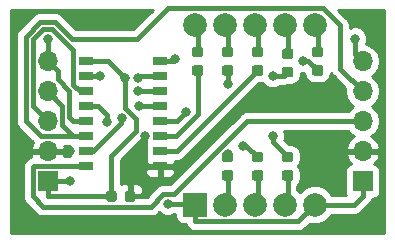
<source format=gbr>
G04 #@! TF.GenerationSoftware,KiCad,Pcbnew,(5.0.2)-1*
G04 #@! TF.CreationDate,2019-05-12T20:06:40-07:00*
G04 #@! TF.ProjectId,7_segment_display,375f7365-676d-4656-9e74-5f646973706c,rev?*
G04 #@! TF.SameCoordinates,Original*
G04 #@! TF.FileFunction,Copper,L2,Bot*
G04 #@! TF.FilePolarity,Positive*
%FSLAX46Y46*%
G04 Gerber Fmt 4.6, Leading zero omitted, Abs format (unit mm)*
G04 Created by KiCad (PCBNEW (5.0.2)-1) date 5/12/2019 8:06:40 PM*
%MOMM*%
%LPD*%
G01*
G04 APERTURE LIST*
G04 #@! TA.AperFunction,Conductor*
%ADD10C,0.100000*%
G04 #@! TD*
G04 #@! TA.AperFunction,SMDPad,CuDef*
%ADD11C,0.875000*%
G04 #@! TD*
G04 #@! TA.AperFunction,ComponentPad*
%ADD12O,1.700000X1.700000*%
G04 #@! TD*
G04 #@! TA.AperFunction,ComponentPad*
%ADD13R,1.700000X1.700000*%
G04 #@! TD*
G04 #@! TA.AperFunction,SMDPad,CuDef*
%ADD14R,1.300000X0.800000*%
G04 #@! TD*
G04 #@! TA.AperFunction,ComponentPad*
%ADD15C,2.000000*%
G04 #@! TD*
G04 #@! TA.AperFunction,ComponentPad*
%ADD16R,2.000000X2.000000*%
G04 #@! TD*
G04 #@! TA.AperFunction,ViaPad*
%ADD17C,0.800000*%
G04 #@! TD*
G04 #@! TA.AperFunction,Conductor*
%ADD18C,0.400000*%
G04 #@! TD*
G04 #@! TA.AperFunction,Conductor*
%ADD19C,0.254000*%
G04 #@! TD*
G04 APERTURE END LIST*
D10*
G04 #@! TO.N,GND*
G04 #@! TO.C,C1*
G36*
X11035191Y-16036053D02*
X11056426Y-16039203D01*
X11077250Y-16044419D01*
X11097462Y-16051651D01*
X11116868Y-16060830D01*
X11135281Y-16071866D01*
X11152524Y-16084654D01*
X11168430Y-16099070D01*
X11182846Y-16114976D01*
X11195634Y-16132219D01*
X11206670Y-16150632D01*
X11215849Y-16170038D01*
X11223081Y-16190250D01*
X11228297Y-16211074D01*
X11231447Y-16232309D01*
X11232500Y-16253750D01*
X11232500Y-16766250D01*
X11231447Y-16787691D01*
X11228297Y-16808926D01*
X11223081Y-16829750D01*
X11215849Y-16849962D01*
X11206670Y-16869368D01*
X11195634Y-16887781D01*
X11182846Y-16905024D01*
X11168430Y-16920930D01*
X11152524Y-16935346D01*
X11135281Y-16948134D01*
X11116868Y-16959170D01*
X11097462Y-16968349D01*
X11077250Y-16975581D01*
X11056426Y-16980797D01*
X11035191Y-16983947D01*
X11013750Y-16985000D01*
X10576250Y-16985000D01*
X10554809Y-16983947D01*
X10533574Y-16980797D01*
X10512750Y-16975581D01*
X10492538Y-16968349D01*
X10473132Y-16959170D01*
X10454719Y-16948134D01*
X10437476Y-16935346D01*
X10421570Y-16920930D01*
X10407154Y-16905024D01*
X10394366Y-16887781D01*
X10383330Y-16869368D01*
X10374151Y-16849962D01*
X10366919Y-16829750D01*
X10361703Y-16808926D01*
X10358553Y-16787691D01*
X10357500Y-16766250D01*
X10357500Y-16253750D01*
X10358553Y-16232309D01*
X10361703Y-16211074D01*
X10366919Y-16190250D01*
X10374151Y-16170038D01*
X10383330Y-16150632D01*
X10394366Y-16132219D01*
X10407154Y-16114976D01*
X10421570Y-16099070D01*
X10437476Y-16084654D01*
X10454719Y-16071866D01*
X10473132Y-16060830D01*
X10492538Y-16051651D01*
X10512750Y-16044419D01*
X10533574Y-16039203D01*
X10554809Y-16036053D01*
X10576250Y-16035000D01*
X11013750Y-16035000D01*
X11035191Y-16036053D01*
X11035191Y-16036053D01*
G37*
D11*
G04 #@! TD*
G04 #@! TO.P,C1,2*
G04 #@! TO.N,GND*
X10795000Y-16510000D03*
D10*
G04 #@! TO.N,+3V3*
G04 #@! TO.C,C1*
G36*
X9460191Y-16036053D02*
X9481426Y-16039203D01*
X9502250Y-16044419D01*
X9522462Y-16051651D01*
X9541868Y-16060830D01*
X9560281Y-16071866D01*
X9577524Y-16084654D01*
X9593430Y-16099070D01*
X9607846Y-16114976D01*
X9620634Y-16132219D01*
X9631670Y-16150632D01*
X9640849Y-16170038D01*
X9648081Y-16190250D01*
X9653297Y-16211074D01*
X9656447Y-16232309D01*
X9657500Y-16253750D01*
X9657500Y-16766250D01*
X9656447Y-16787691D01*
X9653297Y-16808926D01*
X9648081Y-16829750D01*
X9640849Y-16849962D01*
X9631670Y-16869368D01*
X9620634Y-16887781D01*
X9607846Y-16905024D01*
X9593430Y-16920930D01*
X9577524Y-16935346D01*
X9560281Y-16948134D01*
X9541868Y-16959170D01*
X9522462Y-16968349D01*
X9502250Y-16975581D01*
X9481426Y-16980797D01*
X9460191Y-16983947D01*
X9438750Y-16985000D01*
X9001250Y-16985000D01*
X8979809Y-16983947D01*
X8958574Y-16980797D01*
X8937750Y-16975581D01*
X8917538Y-16968349D01*
X8898132Y-16959170D01*
X8879719Y-16948134D01*
X8862476Y-16935346D01*
X8846570Y-16920930D01*
X8832154Y-16905024D01*
X8819366Y-16887781D01*
X8808330Y-16869368D01*
X8799151Y-16849962D01*
X8791919Y-16829750D01*
X8786703Y-16808926D01*
X8783553Y-16787691D01*
X8782500Y-16766250D01*
X8782500Y-16253750D01*
X8783553Y-16232309D01*
X8786703Y-16211074D01*
X8791919Y-16190250D01*
X8799151Y-16170038D01*
X8808330Y-16150632D01*
X8819366Y-16132219D01*
X8832154Y-16114976D01*
X8846570Y-16099070D01*
X8862476Y-16084654D01*
X8879719Y-16071866D01*
X8898132Y-16060830D01*
X8917538Y-16051651D01*
X8937750Y-16044419D01*
X8958574Y-16039203D01*
X8979809Y-16036053D01*
X9001250Y-16035000D01*
X9438750Y-16035000D01*
X9460191Y-16036053D01*
X9460191Y-16036053D01*
G37*
D11*
G04 #@! TD*
G04 #@! TO.P,C1,1*
G04 #@! TO.N,+3V3*
X9220000Y-16510000D03*
D12*
G04 #@! TO.P,J1,5*
G04 #@! TO.N,/RCLK*
X3810000Y-5080000D03*
G04 #@! TO.P,J1,4*
G04 #@! TO.N,/SRCLK*
X3810000Y-7620000D03*
G04 #@! TO.P,J1,3*
G04 #@! TO.N,/SER_IN*
X3810000Y-10160000D03*
G04 #@! TO.P,J1,2*
G04 #@! TO.N,GND*
X3810000Y-12700000D03*
D13*
G04 #@! TO.P,J1,1*
G04 #@! TO.N,+3V3*
X3810000Y-15240000D03*
G04 #@! TD*
D12*
G04 #@! TO.P,J2,5*
G04 #@! TO.N,/RCLK*
X30480000Y-5080000D03*
G04 #@! TO.P,J2,4*
G04 #@! TO.N,/SRCLK*
X30480000Y-7620000D03*
G04 #@! TO.P,J2,3*
G04 #@! TO.N,/SER_OUT*
X30480000Y-10160000D03*
G04 #@! TO.P,J2,2*
G04 #@! TO.N,GND*
X30480000Y-12700000D03*
D13*
G04 #@! TO.P,J2,1*
G04 #@! TO.N,+3V3*
X30480000Y-15240000D03*
G04 #@! TD*
D10*
G04 #@! TO.N,/7SEG_A*
G04 #@! TO.C,R3*
G36*
X24407691Y-5583553D02*
X24428926Y-5586703D01*
X24449750Y-5591919D01*
X24469962Y-5599151D01*
X24489368Y-5608330D01*
X24507781Y-5619366D01*
X24525024Y-5632154D01*
X24540930Y-5646570D01*
X24555346Y-5662476D01*
X24568134Y-5679719D01*
X24579170Y-5698132D01*
X24588349Y-5717538D01*
X24595581Y-5737750D01*
X24600797Y-5758574D01*
X24603947Y-5779809D01*
X24605000Y-5801250D01*
X24605000Y-6238750D01*
X24603947Y-6260191D01*
X24600797Y-6281426D01*
X24595581Y-6302250D01*
X24588349Y-6322462D01*
X24579170Y-6341868D01*
X24568134Y-6360281D01*
X24555346Y-6377524D01*
X24540930Y-6393430D01*
X24525024Y-6407846D01*
X24507781Y-6420634D01*
X24489368Y-6431670D01*
X24469962Y-6440849D01*
X24449750Y-6448081D01*
X24428926Y-6453297D01*
X24407691Y-6456447D01*
X24386250Y-6457500D01*
X23873750Y-6457500D01*
X23852309Y-6456447D01*
X23831074Y-6453297D01*
X23810250Y-6448081D01*
X23790038Y-6440849D01*
X23770632Y-6431670D01*
X23752219Y-6420634D01*
X23734976Y-6407846D01*
X23719070Y-6393430D01*
X23704654Y-6377524D01*
X23691866Y-6360281D01*
X23680830Y-6341868D01*
X23671651Y-6322462D01*
X23664419Y-6302250D01*
X23659203Y-6281426D01*
X23656053Y-6260191D01*
X23655000Y-6238750D01*
X23655000Y-5801250D01*
X23656053Y-5779809D01*
X23659203Y-5758574D01*
X23664419Y-5737750D01*
X23671651Y-5717538D01*
X23680830Y-5698132D01*
X23691866Y-5679719D01*
X23704654Y-5662476D01*
X23719070Y-5646570D01*
X23734976Y-5632154D01*
X23752219Y-5619366D01*
X23770632Y-5608330D01*
X23790038Y-5599151D01*
X23810250Y-5591919D01*
X23831074Y-5586703D01*
X23852309Y-5583553D01*
X23873750Y-5582500D01*
X24386250Y-5582500D01*
X24407691Y-5583553D01*
X24407691Y-5583553D01*
G37*
D11*
G04 #@! TD*
G04 #@! TO.P,R3,2*
G04 #@! TO.N,/7SEG_A*
X24130000Y-6020000D03*
D10*
G04 #@! TO.N,Net-(R3-Pad1)*
G04 #@! TO.C,R3*
G36*
X24407691Y-4008553D02*
X24428926Y-4011703D01*
X24449750Y-4016919D01*
X24469962Y-4024151D01*
X24489368Y-4033330D01*
X24507781Y-4044366D01*
X24525024Y-4057154D01*
X24540930Y-4071570D01*
X24555346Y-4087476D01*
X24568134Y-4104719D01*
X24579170Y-4123132D01*
X24588349Y-4142538D01*
X24595581Y-4162750D01*
X24600797Y-4183574D01*
X24603947Y-4204809D01*
X24605000Y-4226250D01*
X24605000Y-4663750D01*
X24603947Y-4685191D01*
X24600797Y-4706426D01*
X24595581Y-4727250D01*
X24588349Y-4747462D01*
X24579170Y-4766868D01*
X24568134Y-4785281D01*
X24555346Y-4802524D01*
X24540930Y-4818430D01*
X24525024Y-4832846D01*
X24507781Y-4845634D01*
X24489368Y-4856670D01*
X24469962Y-4865849D01*
X24449750Y-4873081D01*
X24428926Y-4878297D01*
X24407691Y-4881447D01*
X24386250Y-4882500D01*
X23873750Y-4882500D01*
X23852309Y-4881447D01*
X23831074Y-4878297D01*
X23810250Y-4873081D01*
X23790038Y-4865849D01*
X23770632Y-4856670D01*
X23752219Y-4845634D01*
X23734976Y-4832846D01*
X23719070Y-4818430D01*
X23704654Y-4802524D01*
X23691866Y-4785281D01*
X23680830Y-4766868D01*
X23671651Y-4747462D01*
X23664419Y-4727250D01*
X23659203Y-4706426D01*
X23656053Y-4685191D01*
X23655000Y-4663750D01*
X23655000Y-4226250D01*
X23656053Y-4204809D01*
X23659203Y-4183574D01*
X23664419Y-4162750D01*
X23671651Y-4142538D01*
X23680830Y-4123132D01*
X23691866Y-4104719D01*
X23704654Y-4087476D01*
X23719070Y-4071570D01*
X23734976Y-4057154D01*
X23752219Y-4044366D01*
X23770632Y-4033330D01*
X23790038Y-4024151D01*
X23810250Y-4016919D01*
X23831074Y-4011703D01*
X23852309Y-4008553D01*
X23873750Y-4007500D01*
X24386250Y-4007500D01*
X24407691Y-4008553D01*
X24407691Y-4008553D01*
G37*
D11*
G04 #@! TD*
G04 #@! TO.P,R3,1*
G04 #@! TO.N,Net-(R3-Pad1)*
X24130000Y-4445000D03*
D10*
G04 #@! TO.N,/7SEG_B*
G04 #@! TO.C,R4*
G36*
X26947691Y-5431053D02*
X26968926Y-5434203D01*
X26989750Y-5439419D01*
X27009962Y-5446651D01*
X27029368Y-5455830D01*
X27047781Y-5466866D01*
X27065024Y-5479654D01*
X27080930Y-5494070D01*
X27095346Y-5509976D01*
X27108134Y-5527219D01*
X27119170Y-5545632D01*
X27128349Y-5565038D01*
X27135581Y-5585250D01*
X27140797Y-5606074D01*
X27143947Y-5627309D01*
X27145000Y-5648750D01*
X27145000Y-6086250D01*
X27143947Y-6107691D01*
X27140797Y-6128926D01*
X27135581Y-6149750D01*
X27128349Y-6169962D01*
X27119170Y-6189368D01*
X27108134Y-6207781D01*
X27095346Y-6225024D01*
X27080930Y-6240930D01*
X27065024Y-6255346D01*
X27047781Y-6268134D01*
X27029368Y-6279170D01*
X27009962Y-6288349D01*
X26989750Y-6295581D01*
X26968926Y-6300797D01*
X26947691Y-6303947D01*
X26926250Y-6305000D01*
X26413750Y-6305000D01*
X26392309Y-6303947D01*
X26371074Y-6300797D01*
X26350250Y-6295581D01*
X26330038Y-6288349D01*
X26310632Y-6279170D01*
X26292219Y-6268134D01*
X26274976Y-6255346D01*
X26259070Y-6240930D01*
X26244654Y-6225024D01*
X26231866Y-6207781D01*
X26220830Y-6189368D01*
X26211651Y-6169962D01*
X26204419Y-6149750D01*
X26199203Y-6128926D01*
X26196053Y-6107691D01*
X26195000Y-6086250D01*
X26195000Y-5648750D01*
X26196053Y-5627309D01*
X26199203Y-5606074D01*
X26204419Y-5585250D01*
X26211651Y-5565038D01*
X26220830Y-5545632D01*
X26231866Y-5527219D01*
X26244654Y-5509976D01*
X26259070Y-5494070D01*
X26274976Y-5479654D01*
X26292219Y-5466866D01*
X26310632Y-5455830D01*
X26330038Y-5446651D01*
X26350250Y-5439419D01*
X26371074Y-5434203D01*
X26392309Y-5431053D01*
X26413750Y-5430000D01*
X26926250Y-5430000D01*
X26947691Y-5431053D01*
X26947691Y-5431053D01*
G37*
D11*
G04 #@! TD*
G04 #@! TO.P,R4,2*
G04 #@! TO.N,/7SEG_B*
X26670000Y-5867500D03*
D10*
G04 #@! TO.N,Net-(R4-Pad1)*
G04 #@! TO.C,R4*
G36*
X26947691Y-3856053D02*
X26968926Y-3859203D01*
X26989750Y-3864419D01*
X27009962Y-3871651D01*
X27029368Y-3880830D01*
X27047781Y-3891866D01*
X27065024Y-3904654D01*
X27080930Y-3919070D01*
X27095346Y-3934976D01*
X27108134Y-3952219D01*
X27119170Y-3970632D01*
X27128349Y-3990038D01*
X27135581Y-4010250D01*
X27140797Y-4031074D01*
X27143947Y-4052309D01*
X27145000Y-4073750D01*
X27145000Y-4511250D01*
X27143947Y-4532691D01*
X27140797Y-4553926D01*
X27135581Y-4574750D01*
X27128349Y-4594962D01*
X27119170Y-4614368D01*
X27108134Y-4632781D01*
X27095346Y-4650024D01*
X27080930Y-4665930D01*
X27065024Y-4680346D01*
X27047781Y-4693134D01*
X27029368Y-4704170D01*
X27009962Y-4713349D01*
X26989750Y-4720581D01*
X26968926Y-4725797D01*
X26947691Y-4728947D01*
X26926250Y-4730000D01*
X26413750Y-4730000D01*
X26392309Y-4728947D01*
X26371074Y-4725797D01*
X26350250Y-4720581D01*
X26330038Y-4713349D01*
X26310632Y-4704170D01*
X26292219Y-4693134D01*
X26274976Y-4680346D01*
X26259070Y-4665930D01*
X26244654Y-4650024D01*
X26231866Y-4632781D01*
X26220830Y-4614368D01*
X26211651Y-4594962D01*
X26204419Y-4574750D01*
X26199203Y-4553926D01*
X26196053Y-4532691D01*
X26195000Y-4511250D01*
X26195000Y-4073750D01*
X26196053Y-4052309D01*
X26199203Y-4031074D01*
X26204419Y-4010250D01*
X26211651Y-3990038D01*
X26220830Y-3970632D01*
X26231866Y-3952219D01*
X26244654Y-3934976D01*
X26259070Y-3919070D01*
X26274976Y-3904654D01*
X26292219Y-3891866D01*
X26310632Y-3880830D01*
X26330038Y-3871651D01*
X26350250Y-3864419D01*
X26371074Y-3859203D01*
X26392309Y-3856053D01*
X26413750Y-3855000D01*
X26926250Y-3855000D01*
X26947691Y-3856053D01*
X26947691Y-3856053D01*
G37*
D11*
G04 #@! TD*
G04 #@! TO.P,R4,1*
G04 #@! TO.N,Net-(R4-Pad1)*
X26670000Y-4292500D03*
D10*
G04 #@! TO.N,/7SEG_C*
G04 #@! TO.C,R5*
G36*
X24407691Y-12746053D02*
X24428926Y-12749203D01*
X24449750Y-12754419D01*
X24469962Y-12761651D01*
X24489368Y-12770830D01*
X24507781Y-12781866D01*
X24525024Y-12794654D01*
X24540930Y-12809070D01*
X24555346Y-12824976D01*
X24568134Y-12842219D01*
X24579170Y-12860632D01*
X24588349Y-12880038D01*
X24595581Y-12900250D01*
X24600797Y-12921074D01*
X24603947Y-12942309D01*
X24605000Y-12963750D01*
X24605000Y-13401250D01*
X24603947Y-13422691D01*
X24600797Y-13443926D01*
X24595581Y-13464750D01*
X24588349Y-13484962D01*
X24579170Y-13504368D01*
X24568134Y-13522781D01*
X24555346Y-13540024D01*
X24540930Y-13555930D01*
X24525024Y-13570346D01*
X24507781Y-13583134D01*
X24489368Y-13594170D01*
X24469962Y-13603349D01*
X24449750Y-13610581D01*
X24428926Y-13615797D01*
X24407691Y-13618947D01*
X24386250Y-13620000D01*
X23873750Y-13620000D01*
X23852309Y-13618947D01*
X23831074Y-13615797D01*
X23810250Y-13610581D01*
X23790038Y-13603349D01*
X23770632Y-13594170D01*
X23752219Y-13583134D01*
X23734976Y-13570346D01*
X23719070Y-13555930D01*
X23704654Y-13540024D01*
X23691866Y-13522781D01*
X23680830Y-13504368D01*
X23671651Y-13484962D01*
X23664419Y-13464750D01*
X23659203Y-13443926D01*
X23656053Y-13422691D01*
X23655000Y-13401250D01*
X23655000Y-12963750D01*
X23656053Y-12942309D01*
X23659203Y-12921074D01*
X23664419Y-12900250D01*
X23671651Y-12880038D01*
X23680830Y-12860632D01*
X23691866Y-12842219D01*
X23704654Y-12824976D01*
X23719070Y-12809070D01*
X23734976Y-12794654D01*
X23752219Y-12781866D01*
X23770632Y-12770830D01*
X23790038Y-12761651D01*
X23810250Y-12754419D01*
X23831074Y-12749203D01*
X23852309Y-12746053D01*
X23873750Y-12745000D01*
X24386250Y-12745000D01*
X24407691Y-12746053D01*
X24407691Y-12746053D01*
G37*
D11*
G04 #@! TD*
G04 #@! TO.P,R5,2*
G04 #@! TO.N,/7SEG_C*
X24130000Y-13182500D03*
D10*
G04 #@! TO.N,Net-(R5-Pad1)*
G04 #@! TO.C,R5*
G36*
X24407691Y-14321053D02*
X24428926Y-14324203D01*
X24449750Y-14329419D01*
X24469962Y-14336651D01*
X24489368Y-14345830D01*
X24507781Y-14356866D01*
X24525024Y-14369654D01*
X24540930Y-14384070D01*
X24555346Y-14399976D01*
X24568134Y-14417219D01*
X24579170Y-14435632D01*
X24588349Y-14455038D01*
X24595581Y-14475250D01*
X24600797Y-14496074D01*
X24603947Y-14517309D01*
X24605000Y-14538750D01*
X24605000Y-14976250D01*
X24603947Y-14997691D01*
X24600797Y-15018926D01*
X24595581Y-15039750D01*
X24588349Y-15059962D01*
X24579170Y-15079368D01*
X24568134Y-15097781D01*
X24555346Y-15115024D01*
X24540930Y-15130930D01*
X24525024Y-15145346D01*
X24507781Y-15158134D01*
X24489368Y-15169170D01*
X24469962Y-15178349D01*
X24449750Y-15185581D01*
X24428926Y-15190797D01*
X24407691Y-15193947D01*
X24386250Y-15195000D01*
X23873750Y-15195000D01*
X23852309Y-15193947D01*
X23831074Y-15190797D01*
X23810250Y-15185581D01*
X23790038Y-15178349D01*
X23770632Y-15169170D01*
X23752219Y-15158134D01*
X23734976Y-15145346D01*
X23719070Y-15130930D01*
X23704654Y-15115024D01*
X23691866Y-15097781D01*
X23680830Y-15079368D01*
X23671651Y-15059962D01*
X23664419Y-15039750D01*
X23659203Y-15018926D01*
X23656053Y-14997691D01*
X23655000Y-14976250D01*
X23655000Y-14538750D01*
X23656053Y-14517309D01*
X23659203Y-14496074D01*
X23664419Y-14475250D01*
X23671651Y-14455038D01*
X23680830Y-14435632D01*
X23691866Y-14417219D01*
X23704654Y-14399976D01*
X23719070Y-14384070D01*
X23734976Y-14369654D01*
X23752219Y-14356866D01*
X23770632Y-14345830D01*
X23790038Y-14336651D01*
X23810250Y-14329419D01*
X23831074Y-14324203D01*
X23852309Y-14321053D01*
X23873750Y-14320000D01*
X24386250Y-14320000D01*
X24407691Y-14321053D01*
X24407691Y-14321053D01*
G37*
D11*
G04 #@! TD*
G04 #@! TO.P,R5,1*
G04 #@! TO.N,Net-(R5-Pad1)*
X24130000Y-14757500D03*
D10*
G04 #@! TO.N,/7SEG_D*
G04 #@! TO.C,R6*
G36*
X21867691Y-12746053D02*
X21888926Y-12749203D01*
X21909750Y-12754419D01*
X21929962Y-12761651D01*
X21949368Y-12770830D01*
X21967781Y-12781866D01*
X21985024Y-12794654D01*
X22000930Y-12809070D01*
X22015346Y-12824976D01*
X22028134Y-12842219D01*
X22039170Y-12860632D01*
X22048349Y-12880038D01*
X22055581Y-12900250D01*
X22060797Y-12921074D01*
X22063947Y-12942309D01*
X22065000Y-12963750D01*
X22065000Y-13401250D01*
X22063947Y-13422691D01*
X22060797Y-13443926D01*
X22055581Y-13464750D01*
X22048349Y-13484962D01*
X22039170Y-13504368D01*
X22028134Y-13522781D01*
X22015346Y-13540024D01*
X22000930Y-13555930D01*
X21985024Y-13570346D01*
X21967781Y-13583134D01*
X21949368Y-13594170D01*
X21929962Y-13603349D01*
X21909750Y-13610581D01*
X21888926Y-13615797D01*
X21867691Y-13618947D01*
X21846250Y-13620000D01*
X21333750Y-13620000D01*
X21312309Y-13618947D01*
X21291074Y-13615797D01*
X21270250Y-13610581D01*
X21250038Y-13603349D01*
X21230632Y-13594170D01*
X21212219Y-13583134D01*
X21194976Y-13570346D01*
X21179070Y-13555930D01*
X21164654Y-13540024D01*
X21151866Y-13522781D01*
X21140830Y-13504368D01*
X21131651Y-13484962D01*
X21124419Y-13464750D01*
X21119203Y-13443926D01*
X21116053Y-13422691D01*
X21115000Y-13401250D01*
X21115000Y-12963750D01*
X21116053Y-12942309D01*
X21119203Y-12921074D01*
X21124419Y-12900250D01*
X21131651Y-12880038D01*
X21140830Y-12860632D01*
X21151866Y-12842219D01*
X21164654Y-12824976D01*
X21179070Y-12809070D01*
X21194976Y-12794654D01*
X21212219Y-12781866D01*
X21230632Y-12770830D01*
X21250038Y-12761651D01*
X21270250Y-12754419D01*
X21291074Y-12749203D01*
X21312309Y-12746053D01*
X21333750Y-12745000D01*
X21846250Y-12745000D01*
X21867691Y-12746053D01*
X21867691Y-12746053D01*
G37*
D11*
G04 #@! TD*
G04 #@! TO.P,R6,2*
G04 #@! TO.N,/7SEG_D*
X21590000Y-13182500D03*
D10*
G04 #@! TO.N,Net-(R6-Pad1)*
G04 #@! TO.C,R6*
G36*
X21867691Y-14321053D02*
X21888926Y-14324203D01*
X21909750Y-14329419D01*
X21929962Y-14336651D01*
X21949368Y-14345830D01*
X21967781Y-14356866D01*
X21985024Y-14369654D01*
X22000930Y-14384070D01*
X22015346Y-14399976D01*
X22028134Y-14417219D01*
X22039170Y-14435632D01*
X22048349Y-14455038D01*
X22055581Y-14475250D01*
X22060797Y-14496074D01*
X22063947Y-14517309D01*
X22065000Y-14538750D01*
X22065000Y-14976250D01*
X22063947Y-14997691D01*
X22060797Y-15018926D01*
X22055581Y-15039750D01*
X22048349Y-15059962D01*
X22039170Y-15079368D01*
X22028134Y-15097781D01*
X22015346Y-15115024D01*
X22000930Y-15130930D01*
X21985024Y-15145346D01*
X21967781Y-15158134D01*
X21949368Y-15169170D01*
X21929962Y-15178349D01*
X21909750Y-15185581D01*
X21888926Y-15190797D01*
X21867691Y-15193947D01*
X21846250Y-15195000D01*
X21333750Y-15195000D01*
X21312309Y-15193947D01*
X21291074Y-15190797D01*
X21270250Y-15185581D01*
X21250038Y-15178349D01*
X21230632Y-15169170D01*
X21212219Y-15158134D01*
X21194976Y-15145346D01*
X21179070Y-15130930D01*
X21164654Y-15115024D01*
X21151866Y-15097781D01*
X21140830Y-15079368D01*
X21131651Y-15059962D01*
X21124419Y-15039750D01*
X21119203Y-15018926D01*
X21116053Y-14997691D01*
X21115000Y-14976250D01*
X21115000Y-14538750D01*
X21116053Y-14517309D01*
X21119203Y-14496074D01*
X21124419Y-14475250D01*
X21131651Y-14455038D01*
X21140830Y-14435632D01*
X21151866Y-14417219D01*
X21164654Y-14399976D01*
X21179070Y-14384070D01*
X21194976Y-14369654D01*
X21212219Y-14356866D01*
X21230632Y-14345830D01*
X21250038Y-14336651D01*
X21270250Y-14329419D01*
X21291074Y-14324203D01*
X21312309Y-14321053D01*
X21333750Y-14320000D01*
X21846250Y-14320000D01*
X21867691Y-14321053D01*
X21867691Y-14321053D01*
G37*
D11*
G04 #@! TD*
G04 #@! TO.P,R6,1*
G04 #@! TO.N,Net-(R6-Pad1)*
X21590000Y-14757500D03*
D10*
G04 #@! TO.N,/7SEG_E*
G04 #@! TO.C,R7*
G36*
X19327691Y-12746053D02*
X19348926Y-12749203D01*
X19369750Y-12754419D01*
X19389962Y-12761651D01*
X19409368Y-12770830D01*
X19427781Y-12781866D01*
X19445024Y-12794654D01*
X19460930Y-12809070D01*
X19475346Y-12824976D01*
X19488134Y-12842219D01*
X19499170Y-12860632D01*
X19508349Y-12880038D01*
X19515581Y-12900250D01*
X19520797Y-12921074D01*
X19523947Y-12942309D01*
X19525000Y-12963750D01*
X19525000Y-13401250D01*
X19523947Y-13422691D01*
X19520797Y-13443926D01*
X19515581Y-13464750D01*
X19508349Y-13484962D01*
X19499170Y-13504368D01*
X19488134Y-13522781D01*
X19475346Y-13540024D01*
X19460930Y-13555930D01*
X19445024Y-13570346D01*
X19427781Y-13583134D01*
X19409368Y-13594170D01*
X19389962Y-13603349D01*
X19369750Y-13610581D01*
X19348926Y-13615797D01*
X19327691Y-13618947D01*
X19306250Y-13620000D01*
X18793750Y-13620000D01*
X18772309Y-13618947D01*
X18751074Y-13615797D01*
X18730250Y-13610581D01*
X18710038Y-13603349D01*
X18690632Y-13594170D01*
X18672219Y-13583134D01*
X18654976Y-13570346D01*
X18639070Y-13555930D01*
X18624654Y-13540024D01*
X18611866Y-13522781D01*
X18600830Y-13504368D01*
X18591651Y-13484962D01*
X18584419Y-13464750D01*
X18579203Y-13443926D01*
X18576053Y-13422691D01*
X18575000Y-13401250D01*
X18575000Y-12963750D01*
X18576053Y-12942309D01*
X18579203Y-12921074D01*
X18584419Y-12900250D01*
X18591651Y-12880038D01*
X18600830Y-12860632D01*
X18611866Y-12842219D01*
X18624654Y-12824976D01*
X18639070Y-12809070D01*
X18654976Y-12794654D01*
X18672219Y-12781866D01*
X18690632Y-12770830D01*
X18710038Y-12761651D01*
X18730250Y-12754419D01*
X18751074Y-12749203D01*
X18772309Y-12746053D01*
X18793750Y-12745000D01*
X19306250Y-12745000D01*
X19327691Y-12746053D01*
X19327691Y-12746053D01*
G37*
D11*
G04 #@! TD*
G04 #@! TO.P,R7,2*
G04 #@! TO.N,/7SEG_E*
X19050000Y-13182500D03*
D10*
G04 #@! TO.N,Net-(R7-Pad1)*
G04 #@! TO.C,R7*
G36*
X19327691Y-14321053D02*
X19348926Y-14324203D01*
X19369750Y-14329419D01*
X19389962Y-14336651D01*
X19409368Y-14345830D01*
X19427781Y-14356866D01*
X19445024Y-14369654D01*
X19460930Y-14384070D01*
X19475346Y-14399976D01*
X19488134Y-14417219D01*
X19499170Y-14435632D01*
X19508349Y-14455038D01*
X19515581Y-14475250D01*
X19520797Y-14496074D01*
X19523947Y-14517309D01*
X19525000Y-14538750D01*
X19525000Y-14976250D01*
X19523947Y-14997691D01*
X19520797Y-15018926D01*
X19515581Y-15039750D01*
X19508349Y-15059962D01*
X19499170Y-15079368D01*
X19488134Y-15097781D01*
X19475346Y-15115024D01*
X19460930Y-15130930D01*
X19445024Y-15145346D01*
X19427781Y-15158134D01*
X19409368Y-15169170D01*
X19389962Y-15178349D01*
X19369750Y-15185581D01*
X19348926Y-15190797D01*
X19327691Y-15193947D01*
X19306250Y-15195000D01*
X18793750Y-15195000D01*
X18772309Y-15193947D01*
X18751074Y-15190797D01*
X18730250Y-15185581D01*
X18710038Y-15178349D01*
X18690632Y-15169170D01*
X18672219Y-15158134D01*
X18654976Y-15145346D01*
X18639070Y-15130930D01*
X18624654Y-15115024D01*
X18611866Y-15097781D01*
X18600830Y-15079368D01*
X18591651Y-15059962D01*
X18584419Y-15039750D01*
X18579203Y-15018926D01*
X18576053Y-14997691D01*
X18575000Y-14976250D01*
X18575000Y-14538750D01*
X18576053Y-14517309D01*
X18579203Y-14496074D01*
X18584419Y-14475250D01*
X18591651Y-14455038D01*
X18600830Y-14435632D01*
X18611866Y-14417219D01*
X18624654Y-14399976D01*
X18639070Y-14384070D01*
X18654976Y-14369654D01*
X18672219Y-14356866D01*
X18690632Y-14345830D01*
X18710038Y-14336651D01*
X18730250Y-14329419D01*
X18751074Y-14324203D01*
X18772309Y-14321053D01*
X18793750Y-14320000D01*
X19306250Y-14320000D01*
X19327691Y-14321053D01*
X19327691Y-14321053D01*
G37*
D11*
G04 #@! TD*
G04 #@! TO.P,R7,1*
G04 #@! TO.N,Net-(R7-Pad1)*
X19050000Y-14757500D03*
D10*
G04 #@! TO.N,/7SEG_F*
G04 #@! TO.C,R8*
G36*
X19327691Y-5431053D02*
X19348926Y-5434203D01*
X19369750Y-5439419D01*
X19389962Y-5446651D01*
X19409368Y-5455830D01*
X19427781Y-5466866D01*
X19445024Y-5479654D01*
X19460930Y-5494070D01*
X19475346Y-5509976D01*
X19488134Y-5527219D01*
X19499170Y-5545632D01*
X19508349Y-5565038D01*
X19515581Y-5585250D01*
X19520797Y-5606074D01*
X19523947Y-5627309D01*
X19525000Y-5648750D01*
X19525000Y-6086250D01*
X19523947Y-6107691D01*
X19520797Y-6128926D01*
X19515581Y-6149750D01*
X19508349Y-6169962D01*
X19499170Y-6189368D01*
X19488134Y-6207781D01*
X19475346Y-6225024D01*
X19460930Y-6240930D01*
X19445024Y-6255346D01*
X19427781Y-6268134D01*
X19409368Y-6279170D01*
X19389962Y-6288349D01*
X19369750Y-6295581D01*
X19348926Y-6300797D01*
X19327691Y-6303947D01*
X19306250Y-6305000D01*
X18793750Y-6305000D01*
X18772309Y-6303947D01*
X18751074Y-6300797D01*
X18730250Y-6295581D01*
X18710038Y-6288349D01*
X18690632Y-6279170D01*
X18672219Y-6268134D01*
X18654976Y-6255346D01*
X18639070Y-6240930D01*
X18624654Y-6225024D01*
X18611866Y-6207781D01*
X18600830Y-6189368D01*
X18591651Y-6169962D01*
X18584419Y-6149750D01*
X18579203Y-6128926D01*
X18576053Y-6107691D01*
X18575000Y-6086250D01*
X18575000Y-5648750D01*
X18576053Y-5627309D01*
X18579203Y-5606074D01*
X18584419Y-5585250D01*
X18591651Y-5565038D01*
X18600830Y-5545632D01*
X18611866Y-5527219D01*
X18624654Y-5509976D01*
X18639070Y-5494070D01*
X18654976Y-5479654D01*
X18672219Y-5466866D01*
X18690632Y-5455830D01*
X18710038Y-5446651D01*
X18730250Y-5439419D01*
X18751074Y-5434203D01*
X18772309Y-5431053D01*
X18793750Y-5430000D01*
X19306250Y-5430000D01*
X19327691Y-5431053D01*
X19327691Y-5431053D01*
G37*
D11*
G04 #@! TD*
G04 #@! TO.P,R8,2*
G04 #@! TO.N,/7SEG_F*
X19050000Y-5867500D03*
D10*
G04 #@! TO.N,Net-(R8-Pad1)*
G04 #@! TO.C,R8*
G36*
X19327691Y-3856053D02*
X19348926Y-3859203D01*
X19369750Y-3864419D01*
X19389962Y-3871651D01*
X19409368Y-3880830D01*
X19427781Y-3891866D01*
X19445024Y-3904654D01*
X19460930Y-3919070D01*
X19475346Y-3934976D01*
X19488134Y-3952219D01*
X19499170Y-3970632D01*
X19508349Y-3990038D01*
X19515581Y-4010250D01*
X19520797Y-4031074D01*
X19523947Y-4052309D01*
X19525000Y-4073750D01*
X19525000Y-4511250D01*
X19523947Y-4532691D01*
X19520797Y-4553926D01*
X19515581Y-4574750D01*
X19508349Y-4594962D01*
X19499170Y-4614368D01*
X19488134Y-4632781D01*
X19475346Y-4650024D01*
X19460930Y-4665930D01*
X19445024Y-4680346D01*
X19427781Y-4693134D01*
X19409368Y-4704170D01*
X19389962Y-4713349D01*
X19369750Y-4720581D01*
X19348926Y-4725797D01*
X19327691Y-4728947D01*
X19306250Y-4730000D01*
X18793750Y-4730000D01*
X18772309Y-4728947D01*
X18751074Y-4725797D01*
X18730250Y-4720581D01*
X18710038Y-4713349D01*
X18690632Y-4704170D01*
X18672219Y-4693134D01*
X18654976Y-4680346D01*
X18639070Y-4665930D01*
X18624654Y-4650024D01*
X18611866Y-4632781D01*
X18600830Y-4614368D01*
X18591651Y-4594962D01*
X18584419Y-4574750D01*
X18579203Y-4553926D01*
X18576053Y-4532691D01*
X18575000Y-4511250D01*
X18575000Y-4073750D01*
X18576053Y-4052309D01*
X18579203Y-4031074D01*
X18584419Y-4010250D01*
X18591651Y-3990038D01*
X18600830Y-3970632D01*
X18611866Y-3952219D01*
X18624654Y-3934976D01*
X18639070Y-3919070D01*
X18654976Y-3904654D01*
X18672219Y-3891866D01*
X18690632Y-3880830D01*
X18710038Y-3871651D01*
X18730250Y-3864419D01*
X18751074Y-3859203D01*
X18772309Y-3856053D01*
X18793750Y-3855000D01*
X19306250Y-3855000D01*
X19327691Y-3856053D01*
X19327691Y-3856053D01*
G37*
D11*
G04 #@! TD*
G04 #@! TO.P,R8,1*
G04 #@! TO.N,Net-(R8-Pad1)*
X19050000Y-4292500D03*
D10*
G04 #@! TO.N,/7SEG_G*
G04 #@! TO.C,R9*
G36*
X16787691Y-5431053D02*
X16808926Y-5434203D01*
X16829750Y-5439419D01*
X16849962Y-5446651D01*
X16869368Y-5455830D01*
X16887781Y-5466866D01*
X16905024Y-5479654D01*
X16920930Y-5494070D01*
X16935346Y-5509976D01*
X16948134Y-5527219D01*
X16959170Y-5545632D01*
X16968349Y-5565038D01*
X16975581Y-5585250D01*
X16980797Y-5606074D01*
X16983947Y-5627309D01*
X16985000Y-5648750D01*
X16985000Y-6086250D01*
X16983947Y-6107691D01*
X16980797Y-6128926D01*
X16975581Y-6149750D01*
X16968349Y-6169962D01*
X16959170Y-6189368D01*
X16948134Y-6207781D01*
X16935346Y-6225024D01*
X16920930Y-6240930D01*
X16905024Y-6255346D01*
X16887781Y-6268134D01*
X16869368Y-6279170D01*
X16849962Y-6288349D01*
X16829750Y-6295581D01*
X16808926Y-6300797D01*
X16787691Y-6303947D01*
X16766250Y-6305000D01*
X16253750Y-6305000D01*
X16232309Y-6303947D01*
X16211074Y-6300797D01*
X16190250Y-6295581D01*
X16170038Y-6288349D01*
X16150632Y-6279170D01*
X16132219Y-6268134D01*
X16114976Y-6255346D01*
X16099070Y-6240930D01*
X16084654Y-6225024D01*
X16071866Y-6207781D01*
X16060830Y-6189368D01*
X16051651Y-6169962D01*
X16044419Y-6149750D01*
X16039203Y-6128926D01*
X16036053Y-6107691D01*
X16035000Y-6086250D01*
X16035000Y-5648750D01*
X16036053Y-5627309D01*
X16039203Y-5606074D01*
X16044419Y-5585250D01*
X16051651Y-5565038D01*
X16060830Y-5545632D01*
X16071866Y-5527219D01*
X16084654Y-5509976D01*
X16099070Y-5494070D01*
X16114976Y-5479654D01*
X16132219Y-5466866D01*
X16150632Y-5455830D01*
X16170038Y-5446651D01*
X16190250Y-5439419D01*
X16211074Y-5434203D01*
X16232309Y-5431053D01*
X16253750Y-5430000D01*
X16766250Y-5430000D01*
X16787691Y-5431053D01*
X16787691Y-5431053D01*
G37*
D11*
G04 #@! TD*
G04 #@! TO.P,R9,2*
G04 #@! TO.N,/7SEG_G*
X16510000Y-5867500D03*
D10*
G04 #@! TO.N,Net-(R9-Pad1)*
G04 #@! TO.C,R9*
G36*
X16787691Y-3856053D02*
X16808926Y-3859203D01*
X16829750Y-3864419D01*
X16849962Y-3871651D01*
X16869368Y-3880830D01*
X16887781Y-3891866D01*
X16905024Y-3904654D01*
X16920930Y-3919070D01*
X16935346Y-3934976D01*
X16948134Y-3952219D01*
X16959170Y-3970632D01*
X16968349Y-3990038D01*
X16975581Y-4010250D01*
X16980797Y-4031074D01*
X16983947Y-4052309D01*
X16985000Y-4073750D01*
X16985000Y-4511250D01*
X16983947Y-4532691D01*
X16980797Y-4553926D01*
X16975581Y-4574750D01*
X16968349Y-4594962D01*
X16959170Y-4614368D01*
X16948134Y-4632781D01*
X16935346Y-4650024D01*
X16920930Y-4665930D01*
X16905024Y-4680346D01*
X16887781Y-4693134D01*
X16869368Y-4704170D01*
X16849962Y-4713349D01*
X16829750Y-4720581D01*
X16808926Y-4725797D01*
X16787691Y-4728947D01*
X16766250Y-4730000D01*
X16253750Y-4730000D01*
X16232309Y-4728947D01*
X16211074Y-4725797D01*
X16190250Y-4720581D01*
X16170038Y-4713349D01*
X16150632Y-4704170D01*
X16132219Y-4693134D01*
X16114976Y-4680346D01*
X16099070Y-4665930D01*
X16084654Y-4650024D01*
X16071866Y-4632781D01*
X16060830Y-4614368D01*
X16051651Y-4594962D01*
X16044419Y-4574750D01*
X16039203Y-4553926D01*
X16036053Y-4532691D01*
X16035000Y-4511250D01*
X16035000Y-4073750D01*
X16036053Y-4052309D01*
X16039203Y-4031074D01*
X16044419Y-4010250D01*
X16051651Y-3990038D01*
X16060830Y-3970632D01*
X16071866Y-3952219D01*
X16084654Y-3934976D01*
X16099070Y-3919070D01*
X16114976Y-3904654D01*
X16132219Y-3891866D01*
X16150632Y-3880830D01*
X16170038Y-3871651D01*
X16190250Y-3864419D01*
X16211074Y-3859203D01*
X16232309Y-3856053D01*
X16253750Y-3855000D01*
X16766250Y-3855000D01*
X16787691Y-3856053D01*
X16787691Y-3856053D01*
G37*
D11*
G04 #@! TD*
G04 #@! TO.P,R9,1*
G04 #@! TO.N,Net-(R9-Pad1)*
X16510000Y-4292500D03*
D10*
G04 #@! TO.N,/7SEG_DP*
G04 #@! TO.C,R10*
G36*
X21867691Y-5431053D02*
X21888926Y-5434203D01*
X21909750Y-5439419D01*
X21929962Y-5446651D01*
X21949368Y-5455830D01*
X21967781Y-5466866D01*
X21985024Y-5479654D01*
X22000930Y-5494070D01*
X22015346Y-5509976D01*
X22028134Y-5527219D01*
X22039170Y-5545632D01*
X22048349Y-5565038D01*
X22055581Y-5585250D01*
X22060797Y-5606074D01*
X22063947Y-5627309D01*
X22065000Y-5648750D01*
X22065000Y-6086250D01*
X22063947Y-6107691D01*
X22060797Y-6128926D01*
X22055581Y-6149750D01*
X22048349Y-6169962D01*
X22039170Y-6189368D01*
X22028134Y-6207781D01*
X22015346Y-6225024D01*
X22000930Y-6240930D01*
X21985024Y-6255346D01*
X21967781Y-6268134D01*
X21949368Y-6279170D01*
X21929962Y-6288349D01*
X21909750Y-6295581D01*
X21888926Y-6300797D01*
X21867691Y-6303947D01*
X21846250Y-6305000D01*
X21333750Y-6305000D01*
X21312309Y-6303947D01*
X21291074Y-6300797D01*
X21270250Y-6295581D01*
X21250038Y-6288349D01*
X21230632Y-6279170D01*
X21212219Y-6268134D01*
X21194976Y-6255346D01*
X21179070Y-6240930D01*
X21164654Y-6225024D01*
X21151866Y-6207781D01*
X21140830Y-6189368D01*
X21131651Y-6169962D01*
X21124419Y-6149750D01*
X21119203Y-6128926D01*
X21116053Y-6107691D01*
X21115000Y-6086250D01*
X21115000Y-5648750D01*
X21116053Y-5627309D01*
X21119203Y-5606074D01*
X21124419Y-5585250D01*
X21131651Y-5565038D01*
X21140830Y-5545632D01*
X21151866Y-5527219D01*
X21164654Y-5509976D01*
X21179070Y-5494070D01*
X21194976Y-5479654D01*
X21212219Y-5466866D01*
X21230632Y-5455830D01*
X21250038Y-5446651D01*
X21270250Y-5439419D01*
X21291074Y-5434203D01*
X21312309Y-5431053D01*
X21333750Y-5430000D01*
X21846250Y-5430000D01*
X21867691Y-5431053D01*
X21867691Y-5431053D01*
G37*
D11*
G04 #@! TD*
G04 #@! TO.P,R10,2*
G04 #@! TO.N,/7SEG_DP*
X21590000Y-5867500D03*
D10*
G04 #@! TO.N,Net-(R10-Pad1)*
G04 #@! TO.C,R10*
G36*
X21867691Y-3856053D02*
X21888926Y-3859203D01*
X21909750Y-3864419D01*
X21929962Y-3871651D01*
X21949368Y-3880830D01*
X21967781Y-3891866D01*
X21985024Y-3904654D01*
X22000930Y-3919070D01*
X22015346Y-3934976D01*
X22028134Y-3952219D01*
X22039170Y-3970632D01*
X22048349Y-3990038D01*
X22055581Y-4010250D01*
X22060797Y-4031074D01*
X22063947Y-4052309D01*
X22065000Y-4073750D01*
X22065000Y-4511250D01*
X22063947Y-4532691D01*
X22060797Y-4553926D01*
X22055581Y-4574750D01*
X22048349Y-4594962D01*
X22039170Y-4614368D01*
X22028134Y-4632781D01*
X22015346Y-4650024D01*
X22000930Y-4665930D01*
X21985024Y-4680346D01*
X21967781Y-4693134D01*
X21949368Y-4704170D01*
X21929962Y-4713349D01*
X21909750Y-4720581D01*
X21888926Y-4725797D01*
X21867691Y-4728947D01*
X21846250Y-4730000D01*
X21333750Y-4730000D01*
X21312309Y-4728947D01*
X21291074Y-4725797D01*
X21270250Y-4720581D01*
X21250038Y-4713349D01*
X21230632Y-4704170D01*
X21212219Y-4693134D01*
X21194976Y-4680346D01*
X21179070Y-4665930D01*
X21164654Y-4650024D01*
X21151866Y-4632781D01*
X21140830Y-4614368D01*
X21131651Y-4594962D01*
X21124419Y-4574750D01*
X21119203Y-4553926D01*
X21116053Y-4532691D01*
X21115000Y-4511250D01*
X21115000Y-4073750D01*
X21116053Y-4052309D01*
X21119203Y-4031074D01*
X21124419Y-4010250D01*
X21131651Y-3990038D01*
X21140830Y-3970632D01*
X21151866Y-3952219D01*
X21164654Y-3934976D01*
X21179070Y-3919070D01*
X21194976Y-3904654D01*
X21212219Y-3891866D01*
X21230632Y-3880830D01*
X21250038Y-3871651D01*
X21270250Y-3864419D01*
X21291074Y-3859203D01*
X21312309Y-3856053D01*
X21333750Y-3855000D01*
X21846250Y-3855000D01*
X21867691Y-3856053D01*
X21867691Y-3856053D01*
G37*
D11*
G04 #@! TD*
G04 #@! TO.P,R10,1*
G04 #@! TO.N,Net-(R10-Pad1)*
X21590000Y-4292500D03*
D14*
G04 #@! TO.P,U1,16*
G04 #@! TO.N,+3V3*
X7035000Y-5075000D03*
G04 #@! TO.P,U1,15*
G04 #@! TO.N,/7SEG_A*
X7035000Y-6355000D03*
G04 #@! TO.P,U1,14*
G04 #@! TO.N,/SER_IN*
X7035000Y-7615000D03*
G04 #@! TO.P,U1,13*
G04 #@! TO.N,Net-(R2-Pad1)*
X7035000Y-8885000D03*
G04 #@! TO.P,U1,12*
G04 #@! TO.N,/RCLK*
X7035000Y-10165000D03*
G04 #@! TO.P,U1,11*
G04 #@! TO.N,/SRCLK*
X7035000Y-11435000D03*
G04 #@! TO.P,U1,10*
G04 #@! TO.N,Net-(R1-Pad2)*
X7035000Y-12695000D03*
G04 #@! TO.P,U1,9*
G04 #@! TO.N,/SER_OUT*
X7035000Y-13975000D03*
G04 #@! TO.P,U1,8*
G04 #@! TO.N,GND*
X13335000Y-13975000D03*
G04 #@! TO.P,U1,7*
G04 #@! TO.N,/7SEG_DP*
X13335000Y-12695000D03*
G04 #@! TO.P,U1,6*
G04 #@! TO.N,/7SEG_G*
X13335000Y-11435000D03*
G04 #@! TO.P,U1,5*
G04 #@! TO.N,/7SEG_F*
X13335000Y-10165000D03*
G04 #@! TO.P,U1,4*
G04 #@! TO.N,/7SEG_E*
X13335000Y-8885000D03*
G04 #@! TO.P,U1,3*
G04 #@! TO.N,/7SEG_D*
X13335000Y-7615000D03*
G04 #@! TO.P,U1,2*
G04 #@! TO.N,/7SEG_C*
X13335000Y-6355000D03*
G04 #@! TO.P,U1,1*
G04 #@! TO.N,/7SEG_B*
X13335000Y-5075000D03*
G04 #@! TD*
D15*
G04 #@! TO.P,U2,10*
G04 #@! TO.N,Net-(R9-Pad1)*
X16285001Y-1995001D03*
G04 #@! TO.P,U2,9*
G04 #@! TO.N,Net-(R8-Pad1)*
X18825001Y-1995001D03*
G04 #@! TO.P,U2,8*
G04 #@! TO.N,Net-(R10-Pad1)*
X21365001Y-1995001D03*
G04 #@! TO.P,U2,7*
G04 #@! TO.N,Net-(R3-Pad1)*
X23905001Y-1995001D03*
G04 #@! TO.P,U2,6*
G04 #@! TO.N,Net-(R4-Pad1)*
X26445001Y-1995001D03*
G04 #@! TO.P,U2,5*
G04 #@! TO.N,+3V3*
X26445001Y-17235001D03*
G04 #@! TO.P,U2,4*
G04 #@! TO.N,Net-(R5-Pad1)*
X23905001Y-17235001D03*
G04 #@! TO.P,U2,3*
G04 #@! TO.N,Net-(R6-Pad1)*
X21365001Y-17235001D03*
G04 #@! TO.P,U2,2*
G04 #@! TO.N,Net-(R7-Pad1)*
X18825001Y-17235001D03*
D16*
G04 #@! TO.P,U2,1*
G04 #@! TO.N,+3V3*
X16285001Y-17235001D03*
G04 #@! TD*
D17*
G04 #@! TO.N,+3V3*
X10361207Y-6515010D03*
X5715000Y-15240000D03*
X13970000Y-17145000D03*
G04 #@! TO.N,GND*
X5715000Y-12700000D03*
X12065000Y-11430000D03*
G04 #@! TO.N,/RCLK*
X3810000Y-3175000D03*
X29845000Y-3175000D03*
G04 #@! TO.N,Net-(R1-Pad2)*
X10084572Y-9931815D03*
G04 #@! TO.N,Net-(R2-Pad1)*
X8834327Y-10192542D03*
G04 #@! TO.N,/7SEG_A*
X22860000Y-6350000D03*
X8255000Y-6350000D03*
G04 #@! TO.N,/7SEG_B*
X25400000Y-5080000D03*
X14605000Y-4914990D03*
G04 #@! TO.N,/7SEG_C*
X22860000Y-11430000D03*
X11430000Y-6515010D03*
G04 #@! TO.N,/7SEG_D*
X20320000Y-12230010D03*
X11430000Y-7620000D03*
G04 #@! TO.N,/7SEG_E*
X19055428Y-12958398D03*
X11595010Y-8890000D03*
G04 #@! TO.N,/7SEG_F*
X19050000Y-6985000D03*
X15562476Y-9351091D03*
G04 #@! TD*
D18*
G04 #@! TO.N,+3V3*
X9961208Y-6115011D02*
X10361207Y-6515010D01*
X8921197Y-5075000D02*
X9961208Y-6115011D01*
X7035000Y-5075000D02*
X8921197Y-5075000D01*
X30480000Y-16490000D02*
X30480000Y-15240000D01*
X29734999Y-17235001D02*
X30480000Y-16490000D01*
X26445001Y-17235001D02*
X29734999Y-17235001D01*
X25045000Y-18635002D02*
X26445001Y-17235001D01*
X16285002Y-18635002D02*
X25045000Y-18635002D01*
X16285001Y-17235001D02*
X16285002Y-18635002D01*
X3810000Y-16490000D02*
X3810000Y-15240000D01*
X3830000Y-16510000D02*
X3810000Y-16490000D01*
X9220000Y-16510000D02*
X3830000Y-16510000D01*
X11284572Y-9947813D02*
X10361207Y-9024448D01*
X10361207Y-9024448D02*
X10361207Y-7080695D01*
X10361207Y-7080695D02*
X10361207Y-6515010D01*
X11284572Y-11026426D02*
X11284572Y-9947813D01*
X9220000Y-13090998D02*
X11284572Y-11026426D01*
X9220000Y-16510000D02*
X9220000Y-13090998D01*
X3810000Y-15240000D02*
X5715000Y-15240000D01*
X16195000Y-17145000D02*
X16285001Y-17235001D01*
X13970000Y-17145000D02*
X16195000Y-17145000D01*
G04 #@! TO.N,GND*
X5715000Y-12700000D02*
X3810000Y-12700000D01*
X12285000Y-13975000D02*
X13335000Y-13975000D01*
X12065000Y-13755000D02*
X12285000Y-13975000D01*
X12065000Y-11430000D02*
X12065000Y-13755000D01*
G04 #@! TO.N,/SER_IN*
X4194002Y-2374998D02*
X5984999Y-4165995D01*
X6524998Y-7615000D02*
X7035000Y-7615000D01*
X2559999Y-3240997D02*
X3425998Y-2374998D01*
X3810000Y-10160000D02*
X2559999Y-8909999D01*
X2559999Y-8909999D02*
X2559999Y-3240997D01*
X5984999Y-4165995D02*
X5984999Y-7075001D01*
X3425998Y-2374998D02*
X4194002Y-2374998D01*
X5984999Y-7075001D02*
X6524998Y-7615000D01*
G04 #@! TO.N,/SRCLK*
X5060001Y-8870001D02*
X5060001Y-10510001D01*
X5060001Y-10510001D02*
X5985000Y-11435000D01*
X3810000Y-7620000D02*
X5060001Y-8870001D01*
X5985000Y-11435000D02*
X7035000Y-11435000D01*
X11375012Y-3229988D02*
X5897535Y-3229988D01*
X5897535Y-3229988D02*
X4442534Y-1774987D01*
X4442534Y-1774987D02*
X3177466Y-1774987D01*
X30480000Y-7620000D02*
X28575000Y-5715000D01*
X1959988Y-2992465D02*
X1959988Y-10159990D01*
X3234998Y-11435000D02*
X5985000Y-11435000D01*
X1959988Y-10159990D02*
X3234998Y-11435000D01*
X27117002Y-595000D02*
X14010000Y-595000D01*
X3177466Y-1774987D02*
X1959988Y-2992465D01*
X28575000Y-2052998D02*
X27117002Y-595000D01*
X14010000Y-595000D02*
X11375012Y-3229988D01*
X28575000Y-5715000D02*
X28575000Y-2052998D01*
G04 #@! TO.N,/RCLK*
X5660012Y-7598557D02*
X5660012Y-9840012D01*
X5660012Y-9840012D02*
X5985000Y-10165000D01*
X5985000Y-10165000D02*
X7035000Y-10165000D01*
X4659999Y-6598544D02*
X5660012Y-7598557D01*
X4659999Y-5929999D02*
X4659999Y-6598544D01*
X3810000Y-5080000D02*
X4659999Y-5929999D01*
X3810000Y-5080000D02*
X3810000Y-3175000D01*
X29845000Y-4445000D02*
X30480000Y-5080000D01*
X29845000Y-3175000D02*
X29845000Y-4445000D01*
G04 #@! TO.N,/SER_OUT*
X7035000Y-13975000D02*
X2654998Y-13975000D01*
X2654998Y-13975000D02*
X2559999Y-14069999D01*
X20722440Y-10160000D02*
X29277919Y-10160000D01*
X2559999Y-14069999D02*
X2559999Y-16529999D01*
X14537441Y-16344999D02*
X20722440Y-10160000D01*
X29277919Y-10160000D02*
X30480000Y-10160000D01*
X13585999Y-16344999D02*
X14537441Y-16344999D01*
X12545988Y-17385010D02*
X13585999Y-16344999D01*
X3415010Y-17385010D02*
X12545988Y-17385010D01*
X2559999Y-16529999D02*
X3415010Y-17385010D01*
G04 #@! TO.N,Net-(R1-Pad2)*
X7698905Y-12695000D02*
X7035000Y-12695000D01*
X10062091Y-10331814D02*
X7698905Y-12695000D01*
X10084572Y-9931815D02*
X10062091Y-10331814D01*
G04 #@! TO.N,Net-(R2-Pad1)*
X8834327Y-9634327D02*
X8834327Y-10192542D01*
X7035000Y-8885000D02*
X8085000Y-8885000D01*
X8085000Y-8885000D02*
X8834327Y-9634327D01*
G04 #@! TO.N,/7SEG_A*
X23800000Y-6350000D02*
X24130000Y-6020000D01*
X22860000Y-6350000D02*
X23800000Y-6350000D01*
X7035000Y-6355000D02*
X8250000Y-6355000D01*
X8250000Y-6355000D02*
X8255000Y-6350000D01*
G04 #@! TO.N,Net-(R3-Pad1)*
X24130000Y-2220000D02*
X23905001Y-1995001D01*
X24130000Y-4445000D02*
X24130000Y-2220000D01*
G04 #@! TO.N,Net-(R4-Pad1)*
X26670000Y-2220000D02*
X26445001Y-1995001D01*
X26670000Y-4292500D02*
X26670000Y-2220000D01*
G04 #@! TO.N,/7SEG_B*
X25882500Y-5080000D02*
X26670000Y-5867500D01*
X25400000Y-5080000D02*
X25882500Y-5080000D01*
X14444990Y-5075000D02*
X14605000Y-4914990D01*
X13335000Y-5075000D02*
X14444990Y-5075000D01*
G04 #@! TO.N,/7SEG_C*
X22860000Y-11912500D02*
X24130000Y-13182500D01*
X22860000Y-11430000D02*
X22860000Y-11912500D01*
X11590010Y-6355000D02*
X11430000Y-6515010D01*
X13335000Y-6355000D02*
X11590010Y-6355000D01*
G04 #@! TO.N,Net-(R5-Pad1)*
X24130000Y-17010002D02*
X23905001Y-17235001D01*
X24130000Y-14757500D02*
X24130000Y-17010002D01*
G04 #@! TO.N,Net-(R6-Pad1)*
X21590000Y-17010002D02*
X21365001Y-17235001D01*
X21590000Y-14757500D02*
X21590000Y-17010002D01*
G04 #@! TO.N,/7SEG_D*
X20637510Y-12230010D02*
X20320000Y-12230010D01*
X21590000Y-13182500D02*
X20637510Y-12230010D01*
X13335000Y-7615000D02*
X11435000Y-7615000D01*
X11435000Y-7615000D02*
X11430000Y-7620000D01*
G04 #@! TO.N,/7SEG_E*
X19050000Y-13182500D02*
X19050000Y-12963826D01*
X19050000Y-12963826D02*
X19055428Y-12958398D01*
X11600010Y-8885000D02*
X11595010Y-8890000D01*
X13335000Y-8885000D02*
X11600010Y-8885000D01*
G04 #@! TO.N,Net-(R7-Pad1)*
X19050000Y-17010002D02*
X18825001Y-17235001D01*
X19050000Y-14757500D02*
X19050000Y-17010002D01*
G04 #@! TO.N,Net-(R8-Pad1)*
X19050000Y-2220000D02*
X18825001Y-1995001D01*
X19050000Y-4292500D02*
X19050000Y-2220000D01*
G04 #@! TO.N,/7SEG_F*
X19050000Y-6985000D02*
X19050000Y-5867500D01*
X13335000Y-10165000D02*
X14748567Y-10165000D01*
X14748567Y-10165000D02*
X15162477Y-9751090D01*
X15162477Y-9751090D02*
X15562476Y-9351091D01*
G04 #@! TO.N,/7SEG_G*
X13335000Y-11435000D02*
X14662571Y-11435000D01*
X14662571Y-11435000D02*
X16510000Y-9587571D01*
X16510000Y-9587571D02*
X16510000Y-6405000D01*
X16510000Y-6405000D02*
X16510000Y-5867500D01*
G04 #@! TO.N,Net-(R9-Pad1)*
X16510000Y-2220000D02*
X16285001Y-1995001D01*
X16510000Y-4292500D02*
X16510000Y-2220000D01*
G04 #@! TO.N,Net-(R10-Pad1)*
X21590000Y-2220000D02*
X21365001Y-1995001D01*
X21590000Y-4292500D02*
X21590000Y-2220000D01*
G04 #@! TO.N,/7SEG_DP*
X14762500Y-12695000D02*
X21590000Y-5867500D01*
X13335000Y-12695000D02*
X14762500Y-12695000D01*
G04 #@! TD*
D19*
G04 #@! TO.N,GND*
G36*
X11029145Y-2394988D02*
X6243403Y-2394988D01*
X5091121Y-1242707D01*
X5044535Y-1172986D01*
X4768335Y-988435D01*
X4524771Y-939987D01*
X4524767Y-939987D01*
X4442534Y-923630D01*
X4360301Y-939987D01*
X3259703Y-939987D01*
X3177466Y-923629D01*
X3095229Y-939987D01*
X2851665Y-988435D01*
X2575465Y-1172986D01*
X2528881Y-1242705D01*
X1427708Y-2343878D01*
X1357987Y-2390464D01*
X1173436Y-2666665D01*
X1124988Y-2910229D01*
X1124988Y-2910232D01*
X1108631Y-2992465D01*
X1124988Y-3074698D01*
X1124989Y-10077752D01*
X1108631Y-10159990D01*
X1173436Y-10485790D01*
X1249749Y-10600000D01*
X1357988Y-10761991D01*
X1427706Y-10808575D01*
X2544959Y-11925830D01*
X2538355Y-11933076D01*
X2368524Y-12343110D01*
X2489845Y-12573000D01*
X3683000Y-12573000D01*
X3683000Y-12553000D01*
X3937000Y-12553000D01*
X3937000Y-12573000D01*
X5130155Y-12573000D01*
X5251476Y-12343110D01*
X5221195Y-12270000D01*
X5742533Y-12270000D01*
X5737560Y-12295000D01*
X5737560Y-13095000D01*
X5746511Y-13140000D01*
X5217053Y-13140000D01*
X5251476Y-13056890D01*
X5130155Y-12827000D01*
X3937000Y-12827000D01*
X3937000Y-12847000D01*
X3683000Y-12847000D01*
X3683000Y-12827000D01*
X2489845Y-12827000D01*
X2368524Y-13056890D01*
X2415873Y-13171207D01*
X2329197Y-13188448D01*
X2052997Y-13372999D01*
X2014946Y-13429947D01*
X1957998Y-13467998D01*
X1773447Y-13744199D01*
X1724999Y-13987763D01*
X1724999Y-13987766D01*
X1708642Y-14069999D01*
X1724999Y-14152232D01*
X1725000Y-16447761D01*
X1708642Y-16529999D01*
X1773447Y-16855799D01*
X1829125Y-16939126D01*
X1957999Y-17132000D01*
X2027717Y-17178584D01*
X2766424Y-17917292D01*
X2813009Y-17987011D01*
X3089209Y-18171562D01*
X3332773Y-18220010D01*
X3332776Y-18220010D01*
X3415009Y-18236367D01*
X3497242Y-18220010D01*
X12463755Y-18220010D01*
X12545988Y-18236367D01*
X12628221Y-18220010D01*
X12628225Y-18220010D01*
X12871789Y-18171562D01*
X13147989Y-17987011D01*
X13194575Y-17917290D01*
X13236577Y-17875288D01*
X13383720Y-18022431D01*
X13764126Y-18180000D01*
X14175874Y-18180000D01*
X14556280Y-18022431D01*
X14598711Y-17980000D01*
X14637561Y-17980000D01*
X14637561Y-18235001D01*
X14686844Y-18482766D01*
X14827192Y-18692810D01*
X15037236Y-18833158D01*
X15285001Y-18882441D01*
X15482863Y-18882441D01*
X15498450Y-18960803D01*
X15683001Y-19237003D01*
X15959201Y-19421554D01*
X16202765Y-19470002D01*
X16202769Y-19470002D01*
X16285002Y-19486359D01*
X16367234Y-19470002D01*
X24962767Y-19470002D01*
X25045000Y-19486359D01*
X25127233Y-19470002D01*
X25127237Y-19470002D01*
X25370801Y-19421554D01*
X25647001Y-19237003D01*
X25693587Y-19167282D01*
X26028626Y-18832244D01*
X26119779Y-18870001D01*
X26770223Y-18870001D01*
X27371154Y-18621087D01*
X27831087Y-18161154D01*
X27868844Y-18070001D01*
X29652766Y-18070001D01*
X29734999Y-18086358D01*
X29817232Y-18070001D01*
X29817236Y-18070001D01*
X30060800Y-18021553D01*
X30337000Y-17837002D01*
X30383586Y-17767281D01*
X31012283Y-17138585D01*
X31082001Y-17092001D01*
X31266552Y-16815801D01*
X31282139Y-16737440D01*
X31330000Y-16737440D01*
X31577765Y-16688157D01*
X31787809Y-16547809D01*
X31928157Y-16337765D01*
X31977440Y-16090000D01*
X31977440Y-14390000D01*
X31928157Y-14142235D01*
X31787809Y-13932191D01*
X31577765Y-13791843D01*
X31474292Y-13771261D01*
X31751645Y-13466924D01*
X31921476Y-13056890D01*
X31800155Y-12827000D01*
X30607000Y-12827000D01*
X30607000Y-12847000D01*
X30353000Y-12847000D01*
X30353000Y-12827000D01*
X29159845Y-12827000D01*
X29038524Y-13056890D01*
X29208355Y-13466924D01*
X29485708Y-13771261D01*
X29382235Y-13791843D01*
X29172191Y-13932191D01*
X29031843Y-14142235D01*
X28982560Y-14390000D01*
X28982560Y-16090000D01*
X29031843Y-16337765D01*
X29073428Y-16400001D01*
X27868844Y-16400001D01*
X27831087Y-16308848D01*
X27371154Y-15848915D01*
X26770223Y-15600001D01*
X26119779Y-15600001D01*
X25518848Y-15848915D01*
X25175001Y-16192762D01*
X24965000Y-15982761D01*
X24965000Y-15611283D01*
X24998739Y-15588739D01*
X25186505Y-15307727D01*
X25252440Y-14976250D01*
X25252440Y-14538750D01*
X25186505Y-14207273D01*
X25027964Y-13970000D01*
X25186505Y-13732727D01*
X25252440Y-13401250D01*
X25252440Y-12963750D01*
X25186505Y-12632273D01*
X24998739Y-12351261D01*
X24717727Y-12163495D01*
X24386250Y-12097560D01*
X24225928Y-12097560D01*
X23856702Y-11728334D01*
X23895000Y-11635874D01*
X23895000Y-11224126D01*
X23800093Y-10995000D01*
X29251935Y-10995000D01*
X29409375Y-11230625D01*
X29728478Y-11443843D01*
X29598642Y-11504817D01*
X29208355Y-11933076D01*
X29038524Y-12343110D01*
X29159845Y-12573000D01*
X30353000Y-12573000D01*
X30353000Y-12553000D01*
X30607000Y-12553000D01*
X30607000Y-12573000D01*
X31800155Y-12573000D01*
X31921476Y-12343110D01*
X31751645Y-11933076D01*
X31361358Y-11504817D01*
X31231522Y-11443843D01*
X31550625Y-11230625D01*
X31878839Y-10739418D01*
X31994092Y-10160000D01*
X31878839Y-9580582D01*
X31550625Y-9089375D01*
X31252239Y-8890000D01*
X31550625Y-8690625D01*
X31878839Y-8199418D01*
X31994092Y-7620000D01*
X31878839Y-7040582D01*
X31550625Y-6549375D01*
X31252239Y-6350000D01*
X31550625Y-6150625D01*
X31878839Y-5659418D01*
X31994092Y-5080000D01*
X31878839Y-4500582D01*
X31550625Y-4009375D01*
X31059418Y-3681161D01*
X30778743Y-3625331D01*
X30880000Y-3380874D01*
X30880000Y-2969126D01*
X30722431Y-2588720D01*
X30431280Y-2297569D01*
X30050874Y-2140000D01*
X29639126Y-2140000D01*
X29410000Y-2234907D01*
X29410000Y-2135235D01*
X29426358Y-2052998D01*
X29361552Y-1727198D01*
X29361552Y-1727197D01*
X29177001Y-1450997D01*
X29107282Y-1404413D01*
X28412869Y-710000D01*
X32310001Y-710000D01*
X32310000Y-19610000D01*
X710000Y-19610000D01*
X710000Y-710000D01*
X12714132Y-710000D01*
X11029145Y-2394988D01*
X11029145Y-2394988D01*
G37*
X11029145Y-2394988D02*
X6243403Y-2394988D01*
X5091121Y-1242707D01*
X5044535Y-1172986D01*
X4768335Y-988435D01*
X4524771Y-939987D01*
X4524767Y-939987D01*
X4442534Y-923630D01*
X4360301Y-939987D01*
X3259703Y-939987D01*
X3177466Y-923629D01*
X3095229Y-939987D01*
X2851665Y-988435D01*
X2575465Y-1172986D01*
X2528881Y-1242705D01*
X1427708Y-2343878D01*
X1357987Y-2390464D01*
X1173436Y-2666665D01*
X1124988Y-2910229D01*
X1124988Y-2910232D01*
X1108631Y-2992465D01*
X1124988Y-3074698D01*
X1124989Y-10077752D01*
X1108631Y-10159990D01*
X1173436Y-10485790D01*
X1249749Y-10600000D01*
X1357988Y-10761991D01*
X1427706Y-10808575D01*
X2544959Y-11925830D01*
X2538355Y-11933076D01*
X2368524Y-12343110D01*
X2489845Y-12573000D01*
X3683000Y-12573000D01*
X3683000Y-12553000D01*
X3937000Y-12553000D01*
X3937000Y-12573000D01*
X5130155Y-12573000D01*
X5251476Y-12343110D01*
X5221195Y-12270000D01*
X5742533Y-12270000D01*
X5737560Y-12295000D01*
X5737560Y-13095000D01*
X5746511Y-13140000D01*
X5217053Y-13140000D01*
X5251476Y-13056890D01*
X5130155Y-12827000D01*
X3937000Y-12827000D01*
X3937000Y-12847000D01*
X3683000Y-12847000D01*
X3683000Y-12827000D01*
X2489845Y-12827000D01*
X2368524Y-13056890D01*
X2415873Y-13171207D01*
X2329197Y-13188448D01*
X2052997Y-13372999D01*
X2014946Y-13429947D01*
X1957998Y-13467998D01*
X1773447Y-13744199D01*
X1724999Y-13987763D01*
X1724999Y-13987766D01*
X1708642Y-14069999D01*
X1724999Y-14152232D01*
X1725000Y-16447761D01*
X1708642Y-16529999D01*
X1773447Y-16855799D01*
X1829125Y-16939126D01*
X1957999Y-17132000D01*
X2027717Y-17178584D01*
X2766424Y-17917292D01*
X2813009Y-17987011D01*
X3089209Y-18171562D01*
X3332773Y-18220010D01*
X3332776Y-18220010D01*
X3415009Y-18236367D01*
X3497242Y-18220010D01*
X12463755Y-18220010D01*
X12545988Y-18236367D01*
X12628221Y-18220010D01*
X12628225Y-18220010D01*
X12871789Y-18171562D01*
X13147989Y-17987011D01*
X13194575Y-17917290D01*
X13236577Y-17875288D01*
X13383720Y-18022431D01*
X13764126Y-18180000D01*
X14175874Y-18180000D01*
X14556280Y-18022431D01*
X14598711Y-17980000D01*
X14637561Y-17980000D01*
X14637561Y-18235001D01*
X14686844Y-18482766D01*
X14827192Y-18692810D01*
X15037236Y-18833158D01*
X15285001Y-18882441D01*
X15482863Y-18882441D01*
X15498450Y-18960803D01*
X15683001Y-19237003D01*
X15959201Y-19421554D01*
X16202765Y-19470002D01*
X16202769Y-19470002D01*
X16285002Y-19486359D01*
X16367234Y-19470002D01*
X24962767Y-19470002D01*
X25045000Y-19486359D01*
X25127233Y-19470002D01*
X25127237Y-19470002D01*
X25370801Y-19421554D01*
X25647001Y-19237003D01*
X25693587Y-19167282D01*
X26028626Y-18832244D01*
X26119779Y-18870001D01*
X26770223Y-18870001D01*
X27371154Y-18621087D01*
X27831087Y-18161154D01*
X27868844Y-18070001D01*
X29652766Y-18070001D01*
X29734999Y-18086358D01*
X29817232Y-18070001D01*
X29817236Y-18070001D01*
X30060800Y-18021553D01*
X30337000Y-17837002D01*
X30383586Y-17767281D01*
X31012283Y-17138585D01*
X31082001Y-17092001D01*
X31266552Y-16815801D01*
X31282139Y-16737440D01*
X31330000Y-16737440D01*
X31577765Y-16688157D01*
X31787809Y-16547809D01*
X31928157Y-16337765D01*
X31977440Y-16090000D01*
X31977440Y-14390000D01*
X31928157Y-14142235D01*
X31787809Y-13932191D01*
X31577765Y-13791843D01*
X31474292Y-13771261D01*
X31751645Y-13466924D01*
X31921476Y-13056890D01*
X31800155Y-12827000D01*
X30607000Y-12827000D01*
X30607000Y-12847000D01*
X30353000Y-12847000D01*
X30353000Y-12827000D01*
X29159845Y-12827000D01*
X29038524Y-13056890D01*
X29208355Y-13466924D01*
X29485708Y-13771261D01*
X29382235Y-13791843D01*
X29172191Y-13932191D01*
X29031843Y-14142235D01*
X28982560Y-14390000D01*
X28982560Y-16090000D01*
X29031843Y-16337765D01*
X29073428Y-16400001D01*
X27868844Y-16400001D01*
X27831087Y-16308848D01*
X27371154Y-15848915D01*
X26770223Y-15600001D01*
X26119779Y-15600001D01*
X25518848Y-15848915D01*
X25175001Y-16192762D01*
X24965000Y-15982761D01*
X24965000Y-15611283D01*
X24998739Y-15588739D01*
X25186505Y-15307727D01*
X25252440Y-14976250D01*
X25252440Y-14538750D01*
X25186505Y-14207273D01*
X25027964Y-13970000D01*
X25186505Y-13732727D01*
X25252440Y-13401250D01*
X25252440Y-12963750D01*
X25186505Y-12632273D01*
X24998739Y-12351261D01*
X24717727Y-12163495D01*
X24386250Y-12097560D01*
X24225928Y-12097560D01*
X23856702Y-11728334D01*
X23895000Y-11635874D01*
X23895000Y-11224126D01*
X23800093Y-10995000D01*
X29251935Y-10995000D01*
X29409375Y-11230625D01*
X29728478Y-11443843D01*
X29598642Y-11504817D01*
X29208355Y-11933076D01*
X29038524Y-12343110D01*
X29159845Y-12573000D01*
X30353000Y-12573000D01*
X30353000Y-12553000D01*
X30607000Y-12553000D01*
X30607000Y-12573000D01*
X31800155Y-12573000D01*
X31921476Y-12343110D01*
X31751645Y-11933076D01*
X31361358Y-11504817D01*
X31231522Y-11443843D01*
X31550625Y-11230625D01*
X31878839Y-10739418D01*
X31994092Y-10160000D01*
X31878839Y-9580582D01*
X31550625Y-9089375D01*
X31252239Y-8890000D01*
X31550625Y-8690625D01*
X31878839Y-8199418D01*
X31994092Y-7620000D01*
X31878839Y-7040582D01*
X31550625Y-6549375D01*
X31252239Y-6350000D01*
X31550625Y-6150625D01*
X31878839Y-5659418D01*
X31994092Y-5080000D01*
X31878839Y-4500582D01*
X31550625Y-4009375D01*
X31059418Y-3681161D01*
X30778743Y-3625331D01*
X30880000Y-3380874D01*
X30880000Y-2969126D01*
X30722431Y-2588720D01*
X30431280Y-2297569D01*
X30050874Y-2140000D01*
X29639126Y-2140000D01*
X29410000Y-2234907D01*
X29410000Y-2135235D01*
X29426358Y-2052998D01*
X29361552Y-1727198D01*
X29361552Y-1727197D01*
X29177001Y-1450997D01*
X29107282Y-1404413D01*
X28412869Y-710000D01*
X32310001Y-710000D01*
X32310000Y-19610000D01*
X710000Y-19610000D01*
X710000Y-710000D01*
X12714132Y-710000D01*
X11029145Y-2394988D01*
G36*
X27972999Y-6317001D02*
X28042720Y-6363587D01*
X29021193Y-7342061D01*
X28965908Y-7620000D01*
X29081161Y-8199418D01*
X29409375Y-8690625D01*
X29707761Y-8890000D01*
X29409375Y-9089375D01*
X29251935Y-9325000D01*
X20804672Y-9325000D01*
X20722439Y-9308643D01*
X20640206Y-9325000D01*
X20640203Y-9325000D01*
X20396689Y-9373438D01*
X20396639Y-9373448D01*
X20293622Y-9442282D01*
X20120439Y-9557999D01*
X20073857Y-9627714D01*
X14191574Y-15509999D01*
X13668236Y-15509999D01*
X13585999Y-15493641D01*
X13503762Y-15509999D01*
X13260198Y-15558447D01*
X12983998Y-15742998D01*
X12937414Y-15812716D01*
X12200121Y-16550010D01*
X10648000Y-16550010D01*
X10648000Y-16383000D01*
X10668000Y-16383000D01*
X10668000Y-15558750D01*
X10922000Y-15558750D01*
X10922000Y-16383000D01*
X11708750Y-16383000D01*
X11867500Y-16224250D01*
X11867500Y-15908690D01*
X11770827Y-15675301D01*
X11592198Y-15496673D01*
X11358809Y-15400000D01*
X11080750Y-15400000D01*
X10922000Y-15558750D01*
X10668000Y-15558750D01*
X10509250Y-15400000D01*
X10231191Y-15400000D01*
X10055000Y-15472981D01*
X10055000Y-14260750D01*
X12050000Y-14260750D01*
X12050000Y-14501310D01*
X12146673Y-14734699D01*
X12325302Y-14913327D01*
X12558691Y-15010000D01*
X13049250Y-15010000D01*
X13208000Y-14851250D01*
X13208000Y-14102000D01*
X13462000Y-14102000D01*
X13462000Y-14851250D01*
X13620750Y-15010000D01*
X14111309Y-15010000D01*
X14344698Y-14913327D01*
X14523327Y-14734699D01*
X14620000Y-14501310D01*
X14620000Y-14260750D01*
X14461250Y-14102000D01*
X13462000Y-14102000D01*
X13208000Y-14102000D01*
X12208750Y-14102000D01*
X12050000Y-14260750D01*
X10055000Y-14260750D01*
X10055000Y-13436865D01*
X11816855Y-11675011D01*
X11886573Y-11628427D01*
X12037560Y-11402459D01*
X12037560Y-11835000D01*
X12083309Y-12065000D01*
X12037560Y-12295000D01*
X12037560Y-13095000D01*
X12086843Y-13342765D01*
X12091184Y-13349262D01*
X12050000Y-13448690D01*
X12050000Y-13689250D01*
X12208750Y-13848000D01*
X13208000Y-13848000D01*
X13208000Y-13828000D01*
X13462000Y-13828000D01*
X13462000Y-13848000D01*
X14461250Y-13848000D01*
X14620000Y-13689250D01*
X14620000Y-13530000D01*
X14680267Y-13530000D01*
X14762500Y-13546357D01*
X14844733Y-13530000D01*
X14844737Y-13530000D01*
X15088301Y-13481552D01*
X15364501Y-13297001D01*
X15411087Y-13227280D01*
X21685928Y-6952440D01*
X21846250Y-6952440D01*
X21978376Y-6926158D01*
X21982569Y-6936280D01*
X22273720Y-7227431D01*
X22654126Y-7385000D01*
X23065874Y-7385000D01*
X23446280Y-7227431D01*
X23488711Y-7185000D01*
X23717767Y-7185000D01*
X23800000Y-7201357D01*
X23882233Y-7185000D01*
X23882237Y-7185000D01*
X24125801Y-7136552D01*
X24173112Y-7104940D01*
X24386250Y-7104940D01*
X24717727Y-7039005D01*
X24998739Y-6851239D01*
X25186505Y-6570227D01*
X25252440Y-6238750D01*
X25252440Y-6115000D01*
X25553279Y-6115000D01*
X25613495Y-6417727D01*
X25801261Y-6698739D01*
X26082273Y-6886505D01*
X26413750Y-6952440D01*
X26926250Y-6952440D01*
X27257727Y-6886505D01*
X27538739Y-6698739D01*
X27726505Y-6417727D01*
X27792440Y-6086250D01*
X27792440Y-6046774D01*
X27972999Y-6317001D01*
X27972999Y-6317001D01*
G37*
X27972999Y-6317001D02*
X28042720Y-6363587D01*
X29021193Y-7342061D01*
X28965908Y-7620000D01*
X29081161Y-8199418D01*
X29409375Y-8690625D01*
X29707761Y-8890000D01*
X29409375Y-9089375D01*
X29251935Y-9325000D01*
X20804672Y-9325000D01*
X20722439Y-9308643D01*
X20640206Y-9325000D01*
X20640203Y-9325000D01*
X20396689Y-9373438D01*
X20396639Y-9373448D01*
X20293622Y-9442282D01*
X20120439Y-9557999D01*
X20073857Y-9627714D01*
X14191574Y-15509999D01*
X13668236Y-15509999D01*
X13585999Y-15493641D01*
X13503762Y-15509999D01*
X13260198Y-15558447D01*
X12983998Y-15742998D01*
X12937414Y-15812716D01*
X12200121Y-16550010D01*
X10648000Y-16550010D01*
X10648000Y-16383000D01*
X10668000Y-16383000D01*
X10668000Y-15558750D01*
X10922000Y-15558750D01*
X10922000Y-16383000D01*
X11708750Y-16383000D01*
X11867500Y-16224250D01*
X11867500Y-15908690D01*
X11770827Y-15675301D01*
X11592198Y-15496673D01*
X11358809Y-15400000D01*
X11080750Y-15400000D01*
X10922000Y-15558750D01*
X10668000Y-15558750D01*
X10509250Y-15400000D01*
X10231191Y-15400000D01*
X10055000Y-15472981D01*
X10055000Y-14260750D01*
X12050000Y-14260750D01*
X12050000Y-14501310D01*
X12146673Y-14734699D01*
X12325302Y-14913327D01*
X12558691Y-15010000D01*
X13049250Y-15010000D01*
X13208000Y-14851250D01*
X13208000Y-14102000D01*
X13462000Y-14102000D01*
X13462000Y-14851250D01*
X13620750Y-15010000D01*
X14111309Y-15010000D01*
X14344698Y-14913327D01*
X14523327Y-14734699D01*
X14620000Y-14501310D01*
X14620000Y-14260750D01*
X14461250Y-14102000D01*
X13462000Y-14102000D01*
X13208000Y-14102000D01*
X12208750Y-14102000D01*
X12050000Y-14260750D01*
X10055000Y-14260750D01*
X10055000Y-13436865D01*
X11816855Y-11675011D01*
X11886573Y-11628427D01*
X12037560Y-11402459D01*
X12037560Y-11835000D01*
X12083309Y-12065000D01*
X12037560Y-12295000D01*
X12037560Y-13095000D01*
X12086843Y-13342765D01*
X12091184Y-13349262D01*
X12050000Y-13448690D01*
X12050000Y-13689250D01*
X12208750Y-13848000D01*
X13208000Y-13848000D01*
X13208000Y-13828000D01*
X13462000Y-13828000D01*
X13462000Y-13848000D01*
X14461250Y-13848000D01*
X14620000Y-13689250D01*
X14620000Y-13530000D01*
X14680267Y-13530000D01*
X14762500Y-13546357D01*
X14844733Y-13530000D01*
X14844737Y-13530000D01*
X15088301Y-13481552D01*
X15364501Y-13297001D01*
X15411087Y-13227280D01*
X21685928Y-6952440D01*
X21846250Y-6952440D01*
X21978376Y-6926158D01*
X21982569Y-6936280D01*
X22273720Y-7227431D01*
X22654126Y-7385000D01*
X23065874Y-7385000D01*
X23446280Y-7227431D01*
X23488711Y-7185000D01*
X23717767Y-7185000D01*
X23800000Y-7201357D01*
X23882233Y-7185000D01*
X23882237Y-7185000D01*
X24125801Y-7136552D01*
X24173112Y-7104940D01*
X24386250Y-7104940D01*
X24717727Y-7039005D01*
X24998739Y-6851239D01*
X25186505Y-6570227D01*
X25252440Y-6238750D01*
X25252440Y-6115000D01*
X25553279Y-6115000D01*
X25613495Y-6417727D01*
X25801261Y-6698739D01*
X26082273Y-6886505D01*
X26413750Y-6952440D01*
X26926250Y-6952440D01*
X27257727Y-6886505D01*
X27538739Y-6698739D01*
X27726505Y-6417727D01*
X27792440Y-6086250D01*
X27792440Y-6046774D01*
X27972999Y-6317001D01*
G04 #@! TD*
M02*

</source>
